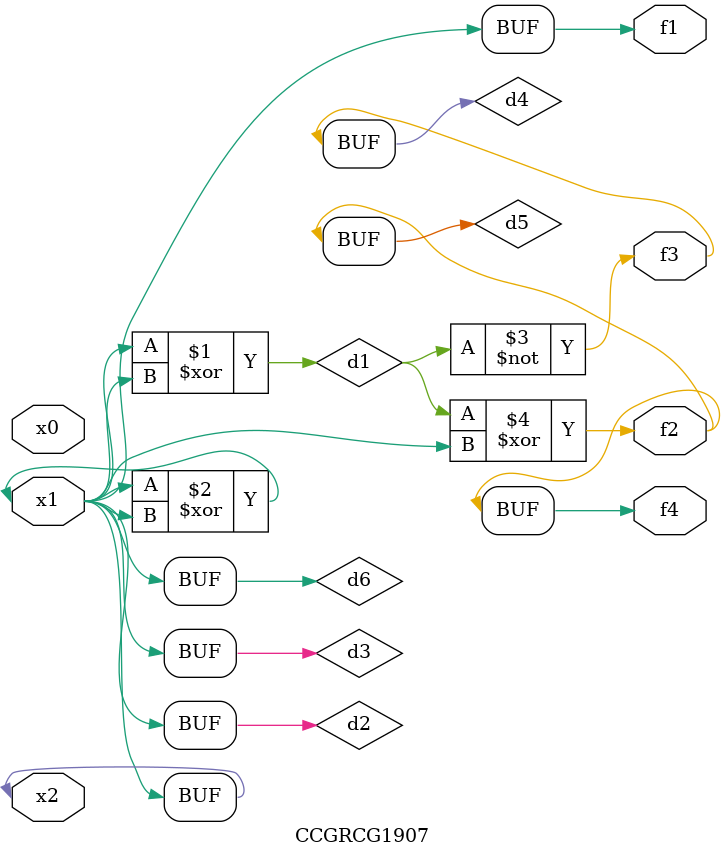
<source format=v>
module CCGRCG1907(
	input x0, x1, x2,
	output f1, f2, f3, f4
);

	wire d1, d2, d3, d4, d5, d6;

	xor (d1, x1, x2);
	buf (d2, x1, x2);
	xor (d3, x1, x2);
	nor (d4, d1);
	xor (d5, d1, d2);
	buf (d6, d2, d3);
	assign f1 = d6;
	assign f2 = d5;
	assign f3 = d4;
	assign f4 = d5;
endmodule

</source>
